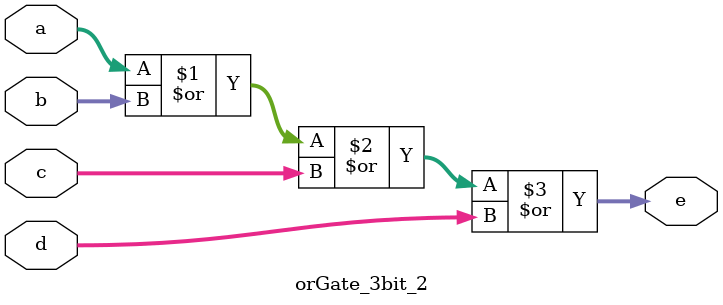
<source format=v>
`timescale 1ns / 1ps


module orGate_3bit_2(a,b,c,d,e);
input[2:0] a,b,c,d;
output[2:0] e;
assign e = a|b|c|d;
endmodule

</source>
